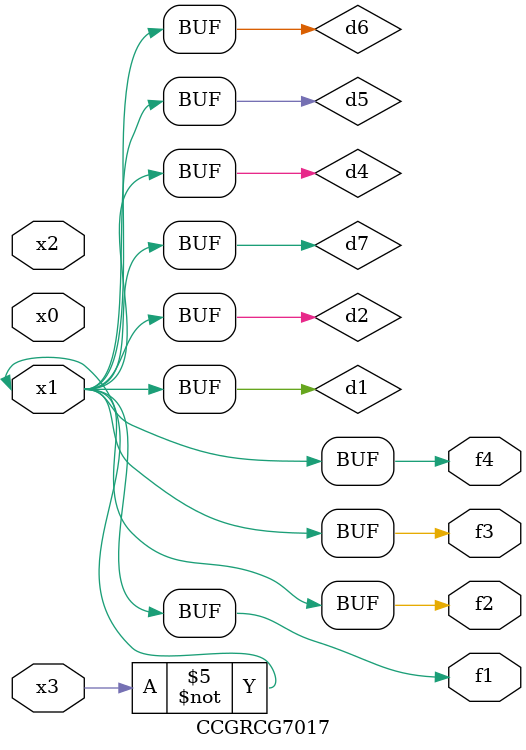
<source format=v>
module CCGRCG7017(
	input x0, x1, x2, x3,
	output f1, f2, f3, f4
);

	wire d1, d2, d3, d4, d5, d6, d7;

	not (d1, x3);
	buf (d2, x1);
	xnor (d3, d1, d2);
	nor (d4, d1);
	buf (d5, d1, d2);
	buf (d6, d4, d5);
	nand (d7, d4);
	assign f1 = d6;
	assign f2 = d7;
	assign f3 = d6;
	assign f4 = d6;
endmodule

</source>
